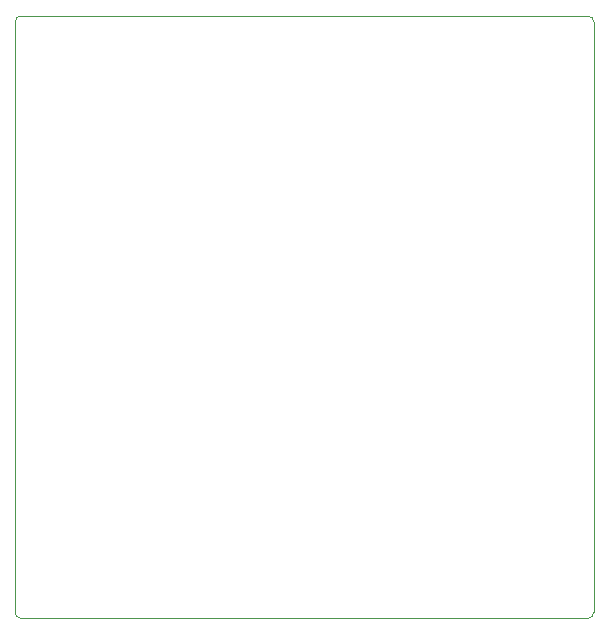
<source format=gbr>
G04 GENERATED BY PULSONIX 7.0 GERBER.DLL 4573*
%INHILLSTAR_30X30_EL_V1_0*%
%LNGERBER_BOARD*%
%FSLAX33Y33*%
%IPPOS*%
%LPD*%
%OFA0B0*%
%MOMM*%
%ADD346C,0.100*%
X0Y0D02*
D02*
D346*
X105791Y152462D02*
X153791D01*
G75*
G02X154291Y151962J-500*
G01*
Y101962*
G75*
G02X153791Y101462I-500*
G01*
X105791*
G75*
G02X105291Y101962J500*
G01*
Y151962*
G75*
G02X105791Y152462I500*
G01*
X0Y0D02*
M02*

</source>
